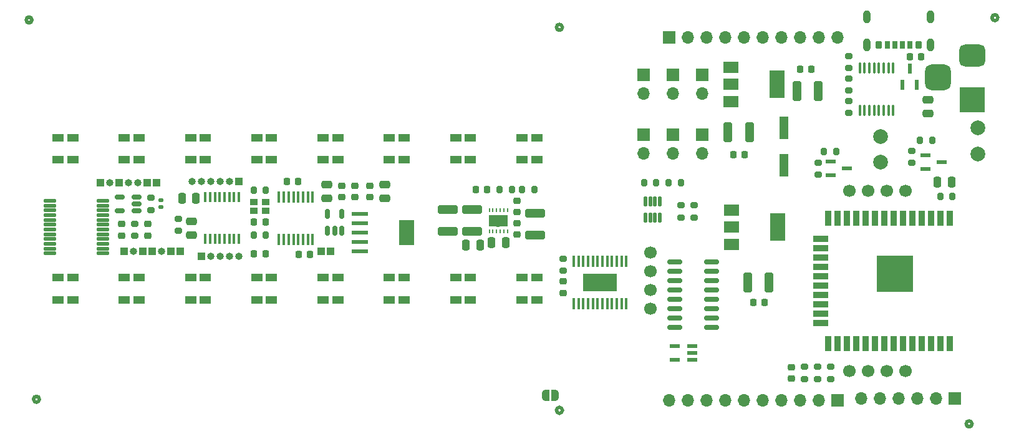
<source format=gts>
G04 #@! TF.GenerationSoftware,KiCad,Pcbnew,(6.0.1-0)*
G04 #@! TF.CreationDate,2022-03-07T17:57:35+09:00*
G04 #@! TF.ProjectId,qLAMP-main,714c414d-502d-46d6-9169-6e2e6b696361,rev?*
G04 #@! TF.SameCoordinates,Original*
G04 #@! TF.FileFunction,Soldermask,Top*
G04 #@! TF.FilePolarity,Negative*
%FSLAX46Y46*%
G04 Gerber Fmt 4.6, Leading zero omitted, Abs format (unit mm)*
G04 Created by KiCad (PCBNEW (6.0.1-0)) date 2022-03-07 17:57:35*
%MOMM*%
%LPD*%
G01*
G04 APERTURE LIST*
G04 Aperture macros list*
%AMRoundRect*
0 Rectangle with rounded corners*
0 $1 Rounding radius*
0 $2 $3 $4 $5 $6 $7 $8 $9 X,Y pos of 4 corners*
0 Add a 4 corners polygon primitive as box body*
4,1,4,$2,$3,$4,$5,$6,$7,$8,$9,$2,$3,0*
0 Add four circle primitives for the rounded corners*
1,1,$1+$1,$2,$3*
1,1,$1+$1,$4,$5*
1,1,$1+$1,$6,$7*
1,1,$1+$1,$8,$9*
0 Add four rect primitives between the rounded corners*
20,1,$1+$1,$2,$3,$4,$5,0*
20,1,$1+$1,$4,$5,$6,$7,0*
20,1,$1+$1,$6,$7,$8,$9,0*
20,1,$1+$1,$8,$9,$2,$3,0*%
%AMFreePoly0*
4,1,22,0.500000,-0.750000,0.000000,-0.750000,0.000000,-0.745033,-0.079941,-0.743568,-0.215256,-0.701293,-0.333266,-0.622738,-0.424486,-0.514219,-0.481581,-0.384460,-0.499164,-0.250000,-0.500000,-0.250000,-0.500000,0.250000,-0.499164,0.250000,-0.499963,0.256109,-0.478152,0.396186,-0.417904,0.524511,-0.324060,0.630769,-0.204165,0.706417,-0.067858,0.745374,0.000000,0.744959,0.000000,0.750000,
0.500000,0.750000,0.500000,-0.750000,0.500000,-0.750000,$1*%
%AMFreePoly1*
4,1,20,0.000000,0.744959,0.073905,0.744508,0.209726,0.703889,0.328688,0.626782,0.421226,0.519385,0.479903,0.390333,0.500000,0.250000,0.500000,-0.250000,0.499851,-0.262216,0.476331,-0.402017,0.414519,-0.529596,0.319384,-0.634700,0.198574,-0.708877,0.061801,-0.746166,0.000000,-0.745033,0.000000,-0.750000,-0.500000,-0.750000,-0.500000,0.750000,0.000000,0.750000,0.000000,0.744959,
0.000000,0.744959,$1*%
G04 Aperture macros list end*
%ADD10C,0.475000*%
%ADD11C,2.000000*%
%ADD12FreePoly0,180.000000*%
%ADD13FreePoly1,180.000000*%
%ADD14RoundRect,0.100000X-0.100000X0.637500X-0.100000X-0.637500X0.100000X-0.637500X0.100000X0.637500X0*%
%ADD15R,0.249999X0.499999*%
%ADD16C,0.600000*%
%ADD17R,2.500000X1.500000*%
%ADD18R,2.200000X0.600000*%
%ADD19R,2.150000X3.450000*%
%ADD20RoundRect,0.150000X0.150000X-0.512500X0.150000X0.512500X-0.150000X0.512500X-0.150000X-0.512500X0*%
%ADD21R,2.000000X1.500000*%
%ADD22R,2.000000X3.800000*%
%ADD23RoundRect,0.250000X0.475000X-0.250000X0.475000X0.250000X-0.475000X0.250000X-0.475000X-0.250000X0*%
%ADD24R,1.219200X3.098800*%
%ADD25RoundRect,0.225000X0.250000X-0.225000X0.250000X0.225000X-0.250000X0.225000X-0.250000X-0.225000X0*%
%ADD26RoundRect,0.250000X0.325000X1.100000X-0.325000X1.100000X-0.325000X-1.100000X0.325000X-1.100000X0*%
%ADD27RoundRect,0.225000X0.225000X0.250000X-0.225000X0.250000X-0.225000X-0.250000X0.225000X-0.250000X0*%
%ADD28RoundRect,0.250000X-0.325000X-1.100000X0.325000X-1.100000X0.325000X1.100000X-0.325000X1.100000X0*%
%ADD29RoundRect,0.250000X0.250000X0.475000X-0.250000X0.475000X-0.250000X-0.475000X0.250000X-0.475000X0*%
%ADD30RoundRect,0.225000X-0.225000X-0.250000X0.225000X-0.250000X0.225000X0.250000X-0.225000X0.250000X0*%
%ADD31RoundRect,0.250000X1.100000X-0.325000X1.100000X0.325000X-1.100000X0.325000X-1.100000X-0.325000X0*%
%ADD32RoundRect,0.111230X0.763770X0.111230X-0.763770X0.111230X-0.763770X-0.111230X0.763770X-0.111230X0*%
%ADD33RoundRect,0.225000X-0.250000X0.225000X-0.250000X-0.225000X0.250000X-0.225000X0.250000X0.225000X0*%
%ADD34RoundRect,0.111665X-0.111665X0.550835X-0.111665X-0.550835X0.111665X-0.550835X0.111665X0.550835X0*%
%ADD35RoundRect,0.150000X0.512500X0.150000X-0.512500X0.150000X-0.512500X-0.150000X0.512500X-0.150000X0*%
%ADD36R,1.000000X0.900000*%
%ADD37RoundRect,0.200000X-0.200000X-0.275000X0.200000X-0.275000X0.200000X0.275000X-0.200000X0.275000X0*%
%ADD38RoundRect,0.200000X0.275000X-0.200000X0.275000X0.200000X-0.275000X0.200000X-0.275000X-0.200000X0*%
%ADD39R,0.355600X1.473200*%
%ADD40R,0.410000X1.570000*%
%ADD41RoundRect,0.200000X-0.275000X0.200000X-0.275000X-0.200000X0.275000X-0.200000X0.275000X0.200000X0*%
%ADD42RoundRect,0.200000X0.200000X0.275000X-0.200000X0.275000X-0.200000X-0.275000X0.200000X-0.275000X0*%
%ADD43RoundRect,0.150000X0.825000X0.150000X-0.825000X0.150000X-0.825000X-0.150000X0.825000X-0.150000X0*%
%ADD44R,1.473200X0.558800*%
%ADD45R,1.320800X0.558800*%
%ADD46R,0.558800X1.320800*%
%ADD47R,4.680000X2.400000*%
%ADD48RoundRect,0.100000X0.100000X-0.687500X0.100000X0.687500X-0.100000X0.687500X-0.100000X-0.687500X0*%
%ADD49R,1.700000X1.700000*%
%ADD50O,1.700000X1.700000*%
%ADD51R,3.500000X3.500000*%
%ADD52RoundRect,0.750000X-1.000000X0.750000X-1.000000X-0.750000X1.000000X-0.750000X1.000000X0.750000X0*%
%ADD53RoundRect,0.875000X-0.875000X0.875000X-0.875000X-0.875000X0.875000X-0.875000X0.875000X0.875000X0*%
%ADD54R,1.600000X1.000000*%
%ADD55C,1.700000*%
%ADD56RoundRect,0.035000X0.315000X0.465000X-0.315000X0.465000X-0.315000X-0.465000X0.315000X-0.465000X0*%
%ADD57RoundRect,0.040000X0.360000X0.460000X-0.360000X0.460000X-0.360000X-0.460000X0.360000X-0.460000X0*%
%ADD58O,1.000000X1.800000*%
%ADD59R,0.900000X2.000000*%
%ADD60R,2.000000X0.900000*%
%ADD61R,5.000000X5.000000*%
%ADD62RoundRect,0.140000X0.170000X-0.140000X0.170000X0.140000X-0.170000X0.140000X-0.170000X-0.140000X0*%
%ADD63R,1.000000X1.000000*%
%ADD64O,1.000000X1.000000*%
G04 APERTURE END LIST*
D10*
X204260000Y-129840000D02*
G75*
G03*
X204260000Y-129840000I-400000J0D01*
G01*
X207750000Y-74695000D02*
G75*
G03*
X207750000Y-74695000I-400000J0D01*
G01*
X77636000Y-126500000D02*
G75*
G03*
X77636000Y-126500000I-400000J0D01*
G01*
X76636000Y-75000000D02*
G75*
G03*
X76636000Y-75000000I-400000J0D01*
G01*
X148636000Y-128000000D02*
G75*
G03*
X148636000Y-128000000I-400000J0D01*
G01*
X148636000Y-76000000D02*
G75*
G03*
X148636000Y-76000000I-400000J0D01*
G01*
D11*
X205069999Y-89680009D03*
X205069999Y-93180009D03*
D12*
X147650000Y-126000000D03*
D13*
X146350000Y-126000000D03*
D14*
X193553292Y-81537300D03*
X192903292Y-81537300D03*
X192253292Y-81537300D03*
X191603292Y-81537300D03*
X190953292Y-81537300D03*
X190303292Y-81537300D03*
X189653292Y-81537300D03*
X189003292Y-81537300D03*
X189003292Y-87262300D03*
X189653292Y-87262300D03*
X190303292Y-87262300D03*
X190953292Y-87262300D03*
X191603292Y-87262300D03*
X192253292Y-87262300D03*
X192903292Y-87262300D03*
X193553292Y-87262300D03*
D15*
X141216000Y-100820000D03*
X140716001Y-100820000D03*
X140216000Y-100820000D03*
X139716000Y-100820000D03*
X139215999Y-100820000D03*
X138716000Y-100820000D03*
X138716000Y-103720000D03*
X139215999Y-103720000D03*
X139716000Y-103720000D03*
X140216000Y-103720000D03*
X140716001Y-103720000D03*
X141216000Y-103720000D03*
D16*
X140966001Y-102270000D03*
X139966000Y-101770001D03*
X139966000Y-102870000D03*
X138965999Y-102270000D03*
D17*
X139966000Y-102270000D03*
D18*
X121168500Y-101310000D03*
X121168500Y-102580000D03*
X121168500Y-103850000D03*
X121168500Y-105120000D03*
X121168500Y-106390000D03*
D19*
X127468500Y-103850000D03*
D20*
X116766000Y-103627500D03*
X117716000Y-103627500D03*
X118666000Y-103627500D03*
X118666000Y-101352500D03*
X116766000Y-101352500D03*
D21*
X171570000Y-100850000D03*
X171570000Y-103150000D03*
X171570000Y-105450000D03*
D22*
X177870000Y-103150000D03*
D21*
X171480000Y-81460000D03*
X171480000Y-83760000D03*
X171480000Y-86060000D03*
D22*
X177780000Y-83760000D03*
D23*
X124532000Y-99249995D03*
X124532000Y-97349995D03*
D24*
X178680000Y-89627300D03*
X178680000Y-94732700D03*
D25*
X122500000Y-99074995D03*
X122500000Y-97524995D03*
D26*
X174055000Y-90250000D03*
X171105000Y-90250000D03*
D27*
X173365000Y-93260000D03*
X171815000Y-93260000D03*
D28*
X180455000Y-84680000D03*
X183405000Y-84680000D03*
D25*
X118690000Y-99074995D03*
X118690000Y-97524995D03*
D27*
X176095000Y-113360000D03*
X174545000Y-113360000D03*
D23*
X116658000Y-99249995D03*
X116658000Y-97349995D03*
D29*
X137446000Y-105570000D03*
X135546000Y-105570000D03*
D30*
X195788292Y-79999800D03*
X197338292Y-79999800D03*
D27*
X138420995Y-98029993D03*
X136870995Y-98029993D03*
D31*
X133096000Y-103695000D03*
X133096000Y-100745000D03*
D11*
X191850000Y-90800000D03*
X191850000Y-94300000D03*
D32*
X86295999Y-106695011D03*
X86295999Y-106045013D03*
X86295999Y-105395012D03*
X86295999Y-104745012D03*
X86295999Y-104095012D03*
X86295999Y-103445012D03*
X86295999Y-102795012D03*
X86295999Y-102145012D03*
X86295999Y-101495012D03*
X86295999Y-100845012D03*
X86295999Y-100195011D03*
X86295999Y-99545013D03*
X79095999Y-99545013D03*
X79095999Y-100195011D03*
X79095999Y-100845012D03*
X79095999Y-101495012D03*
X79095999Y-102145012D03*
X79095999Y-102795012D03*
X79095999Y-103445012D03*
X79095999Y-104095012D03*
X79095999Y-104745012D03*
X79095999Y-105395012D03*
X79095999Y-106045013D03*
X79095999Y-106695011D03*
D33*
X92336000Y-102725000D03*
X92336000Y-104275000D03*
X179705000Y-122161000D03*
X179705000Y-123711000D03*
D25*
X88780000Y-104275000D03*
X88780000Y-102725000D03*
D30*
X106771004Y-106722000D03*
X108321004Y-106722000D03*
D27*
X114401000Y-106870000D03*
X112851000Y-106870000D03*
X112801000Y-96950000D03*
X111251000Y-96950000D03*
D23*
X98266000Y-104230000D03*
X98266000Y-102330000D03*
D34*
X161861750Y-99600653D03*
X161211750Y-99600653D03*
X160561750Y-99600653D03*
X159911750Y-99600653D03*
X159911750Y-101875653D03*
X160561750Y-101875653D03*
X161211750Y-101875653D03*
X161861750Y-101875653D03*
D35*
X90833502Y-100910012D03*
X90833502Y-99960012D03*
X90833502Y-99010012D03*
X88558502Y-99010012D03*
X88558502Y-100910012D03*
D29*
X98890000Y-99230000D03*
X96990000Y-99230000D03*
D36*
X108358511Y-99699492D03*
X106733511Y-99699492D03*
X106733511Y-100924492D03*
X108358511Y-100924492D03*
D27*
X108321000Y-102404000D03*
X106771000Y-102404000D03*
D37*
X106721011Y-98085992D03*
X108371011Y-98085992D03*
D38*
X96526000Y-103655000D03*
X96526000Y-102005000D03*
D39*
X104708599Y-99041600D03*
X104058601Y-99041600D03*
X103408599Y-99041600D03*
X102758601Y-99041600D03*
X102108602Y-99041600D03*
X101458601Y-99041600D03*
X100808602Y-99041600D03*
X100158601Y-99041600D03*
X100158601Y-104680400D03*
X100808599Y-104680400D03*
X101458601Y-104680400D03*
X102108599Y-104680400D03*
X102758598Y-104680400D03*
X103408599Y-104680400D03*
X104058598Y-104680400D03*
X104708599Y-104680400D03*
D40*
X110176000Y-104790000D03*
X110826000Y-104790000D03*
X111476000Y-104790000D03*
X112126000Y-104790000D03*
X112776000Y-104790000D03*
X113426000Y-104790000D03*
X114076000Y-104790000D03*
X114726000Y-104790000D03*
X114726000Y-99050000D03*
X114076000Y-99050000D03*
X113426000Y-99050000D03*
X112776000Y-99050000D03*
X112126000Y-99050000D03*
X111476000Y-99050000D03*
X110826000Y-99050000D03*
X110176000Y-99050000D03*
D37*
X106721004Y-104182000D03*
X108371004Y-104182000D03*
D41*
X90558000Y-102675000D03*
X90558000Y-104325000D03*
D37*
X163061000Y-97110005D03*
X164711000Y-97110005D03*
D42*
X161381000Y-97110000D03*
X159731000Y-97110000D03*
D43*
X168886000Y-116780000D03*
X168886000Y-115510000D03*
X168886000Y-114240000D03*
X168886000Y-112970000D03*
X168886000Y-111700000D03*
X168886000Y-110430000D03*
X168886000Y-109160000D03*
X168886000Y-107890000D03*
X163936000Y-107890000D03*
X163936000Y-109160000D03*
X163936000Y-110430000D03*
X163936000Y-111700000D03*
X163936000Y-112970000D03*
X163936000Y-114240000D03*
X163936000Y-115510000D03*
X163936000Y-116780000D03*
D44*
X166299800Y-121150001D03*
X166299800Y-120200000D03*
X166299800Y-119249999D03*
X163912200Y-119249999D03*
X163912200Y-121150001D03*
D25*
X120468000Y-99074995D03*
X120468000Y-97524995D03*
D45*
X197927800Y-93340200D03*
X197927800Y-95219800D03*
X200112200Y-94280000D03*
X185087800Y-94180200D03*
X185087800Y-96059800D03*
X187272200Y-95120000D03*
D46*
X194838492Y-83802000D03*
X196718092Y-83802000D03*
X195778292Y-81617600D03*
D47*
X153756000Y-110630000D03*
D48*
X150181000Y-113492500D03*
X150831000Y-113492500D03*
X151481000Y-113492500D03*
X152131000Y-113492500D03*
X152781000Y-113492500D03*
X153431000Y-113492500D03*
X154081000Y-113492500D03*
X154731000Y-113492500D03*
X155381000Y-113492500D03*
X156031000Y-113492500D03*
X156681000Y-113492500D03*
X157331000Y-113492500D03*
X157331000Y-107767500D03*
X156681000Y-107767500D03*
X156031000Y-107767500D03*
X155381000Y-107767500D03*
X154731000Y-107767500D03*
X154081000Y-107767500D03*
X153431000Y-107767500D03*
X152781000Y-107767500D03*
X152131000Y-107767500D03*
X151481000Y-107767500D03*
X150831000Y-107767500D03*
X150181000Y-107767500D03*
D25*
X142495998Y-104124998D03*
X142495998Y-102574998D03*
D41*
X164749988Y-100175001D03*
X164749988Y-101825001D03*
D29*
X201475000Y-97020000D03*
X199575000Y-97020000D03*
D49*
X167646956Y-90579052D03*
D50*
X167646956Y-93119052D03*
D49*
X159646956Y-90579052D03*
D50*
X159646956Y-93119052D03*
D49*
X167646956Y-82479052D03*
D50*
X167646956Y-85019052D03*
D49*
X163646956Y-82479052D03*
D50*
X163646956Y-85019052D03*
D49*
X159646956Y-82479052D03*
D50*
X159646956Y-85019052D03*
D49*
X163646956Y-90579052D03*
D50*
X163646956Y-93119052D03*
D42*
X198845000Y-91305000D03*
X197195000Y-91305000D03*
X185815000Y-92860000D03*
X184165000Y-92860000D03*
X141761006Y-98029993D03*
X140111006Y-98029993D03*
D41*
X187500006Y-79896200D03*
X187500006Y-81546200D03*
X187500006Y-82944200D03*
X187500006Y-84594200D03*
X196100000Y-92745000D03*
X196100000Y-94395000D03*
X183390000Y-94365000D03*
X183390000Y-96015000D03*
X148756005Y-107394991D03*
X148756005Y-109044991D03*
D42*
X201575000Y-98940000D03*
X199925000Y-98940000D03*
D41*
X187500006Y-87642200D03*
X187500006Y-85992200D03*
D33*
X148756005Y-110515012D03*
X148756005Y-112065012D03*
D26*
X176715000Y-110630000D03*
X173765000Y-110630000D03*
D30*
X180925000Y-81680000D03*
X182475000Y-81680000D03*
D51*
X204295792Y-85809800D03*
D52*
X204295792Y-79809800D03*
D53*
X199595792Y-82809800D03*
D54*
X107157211Y-91002066D03*
X107157211Y-94002066D03*
D38*
X181483000Y-123761000D03*
X181483000Y-122111000D03*
D54*
X134157211Y-113001633D03*
X134157211Y-110001633D03*
X89157211Y-91002066D03*
X89157211Y-94002066D03*
X134157211Y-91002066D03*
X134157211Y-94002066D03*
X127157211Y-113001633D03*
X127157211Y-110001633D03*
X136157211Y-91002066D03*
X136157211Y-94002066D03*
X143157211Y-91002066D03*
X143157211Y-94002066D03*
X100157211Y-113001633D03*
X100157211Y-110001633D03*
D55*
X187611003Y-98175006D03*
X190151003Y-98175006D03*
X192691003Y-98175006D03*
X195231003Y-98175006D03*
X187611003Y-122675006D03*
X190151003Y-122675006D03*
X192691003Y-122675006D03*
X195231003Y-122675006D03*
X160611003Y-106615006D03*
X160611003Y-109155006D03*
X160611003Y-111695006D03*
X160611003Y-114235006D03*
D54*
X100157211Y-91002066D03*
X100157211Y-94002066D03*
D38*
X185039000Y-123761000D03*
X185039000Y-122111000D03*
D54*
X125157211Y-113001633D03*
X125157211Y-110001633D03*
X116157211Y-113001633D03*
X116157211Y-110001633D03*
D31*
X136386000Y-103695000D03*
X136386000Y-100745000D03*
D56*
X194788282Y-78419792D03*
X192788282Y-78419792D03*
D57*
X191588282Y-78419792D03*
D56*
X193788282Y-78419792D03*
X195788282Y-78419792D03*
D57*
X196988282Y-78419792D03*
D58*
X198608282Y-78419792D03*
X198608282Y-74619792D03*
X189968282Y-78419792D03*
X189968282Y-74619792D03*
D33*
X142495998Y-99534999D03*
X142495998Y-101084999D03*
D49*
X186001000Y-126628000D03*
D50*
X183461000Y-126628000D03*
X180921000Y-126628000D03*
X178381000Y-126628000D03*
X175841000Y-126628000D03*
X173301000Y-126628000D03*
X170761000Y-126628000D03*
X168221000Y-126628000D03*
X165681000Y-126628000D03*
X163141000Y-126628000D03*
D54*
X82157211Y-113001633D03*
X82157211Y-110001633D03*
X118157211Y-113001633D03*
X118157211Y-110001633D03*
D37*
X143170995Y-98029993D03*
X144820995Y-98029993D03*
D54*
X109157211Y-113001633D03*
X109157211Y-110001633D03*
X118157211Y-91002066D03*
X118157211Y-94002066D03*
X109157211Y-91002066D03*
X109157211Y-94002066D03*
X80157211Y-91002066D03*
X80157211Y-94002066D03*
X98157211Y-113001633D03*
X98157211Y-110001633D03*
D23*
X198308292Y-87719800D03*
X198308292Y-85819800D03*
D59*
X201261000Y-101920000D03*
X199991000Y-101920000D03*
X198721000Y-101920000D03*
X197451000Y-101920000D03*
X196181000Y-101920000D03*
X194911000Y-101920000D03*
X193641000Y-101920000D03*
X192371000Y-101920000D03*
X191101000Y-101920000D03*
X189831000Y-101920000D03*
X188561000Y-101920000D03*
X187291000Y-101920000D03*
X186021000Y-101920000D03*
X184751000Y-101920000D03*
D60*
X183751000Y-104705000D03*
X183751000Y-105975000D03*
X183751000Y-107245000D03*
X183751000Y-108515000D03*
X183751000Y-109785000D03*
X183751000Y-111055000D03*
X183751000Y-112325000D03*
X183751000Y-113595000D03*
X183751000Y-114865000D03*
X183751000Y-116135000D03*
D59*
X184751000Y-118920000D03*
X186021000Y-118920000D03*
X187291000Y-118920000D03*
X188561000Y-118920000D03*
X189831000Y-118920000D03*
X191101000Y-118920000D03*
X192371000Y-118920000D03*
X193641000Y-118920000D03*
X194911000Y-118920000D03*
X196181000Y-118920000D03*
X197451000Y-118920000D03*
X198721000Y-118920000D03*
X199991000Y-118920000D03*
X201261000Y-118920000D03*
D61*
X193761000Y-109420000D03*
D54*
X80157211Y-113001633D03*
X80157211Y-110001633D03*
D49*
X201946000Y-126380000D03*
D50*
X199406000Y-126380000D03*
X196866000Y-126380000D03*
X194326000Y-126380000D03*
X191786000Y-126380000D03*
X189246002Y-126380011D03*
D38*
X166527988Y-101825001D03*
X166527988Y-100175001D03*
D54*
X91157211Y-113001633D03*
X91157211Y-110001633D03*
X127157211Y-91002066D03*
X127157211Y-94002066D03*
D62*
X94146005Y-100440012D03*
X94146005Y-99480012D03*
D54*
X89157211Y-113001633D03*
X89157211Y-110001633D03*
D49*
X163141000Y-77372000D03*
D50*
X165681000Y-77372000D03*
X168221000Y-77372000D03*
X170761000Y-77372000D03*
X173301000Y-77372000D03*
X175841000Y-77372000D03*
X178381000Y-77372000D03*
X180921000Y-77372000D03*
X183461000Y-77372000D03*
X186001000Y-77372000D03*
D54*
X125157211Y-91002066D03*
X125157211Y-94002066D03*
X145157211Y-113001633D03*
X145157211Y-110001633D03*
D41*
X92776006Y-99135012D03*
X92776006Y-100785012D03*
D38*
X183261000Y-123761000D03*
X183261000Y-122111000D03*
D54*
X116157211Y-91002066D03*
X116157211Y-94002066D03*
D29*
X140936000Y-105230000D03*
X139036000Y-105230000D03*
D54*
X91157211Y-91002066D03*
X91157211Y-94002066D03*
X145157211Y-91002066D03*
X145157211Y-94002066D03*
X82157211Y-91002066D03*
X82157211Y-94002066D03*
X107157211Y-113001633D03*
X107157211Y-110001633D03*
X98157211Y-91002066D03*
X98157211Y-94002066D03*
X143157211Y-113001633D03*
X143157211Y-110001633D03*
D31*
X144936000Y-104185000D03*
X144936000Y-101235000D03*
D54*
X136157211Y-113001633D03*
X136157211Y-110001633D03*
D63*
X89155998Y-106419994D03*
X104732000Y-96888600D03*
D64*
X103462000Y-96888600D03*
X102192000Y-96888600D03*
X100922000Y-96888600D03*
X99652000Y-96888600D03*
X98382000Y-96888600D03*
D63*
X95505998Y-106419994D03*
X115876010Y-106419994D03*
X117146010Y-106419994D03*
X96775998Y-106419994D03*
X93536000Y-97110005D03*
X85916000Y-97110005D03*
D64*
X87186000Y-97110005D03*
D63*
X99652000Y-107048600D03*
D64*
X100922000Y-107048600D03*
X102192000Y-107048600D03*
X103462000Y-107048600D03*
X104732000Y-107048600D03*
D63*
X92266000Y-97110005D03*
D64*
X90996000Y-97110005D03*
D63*
X91695998Y-106419994D03*
D64*
X90425998Y-106419994D03*
D63*
X92965998Y-106419994D03*
D64*
X94235998Y-106419994D03*
D63*
X88456000Y-97110005D03*
D64*
X89726000Y-97110005D03*
M02*

</source>
